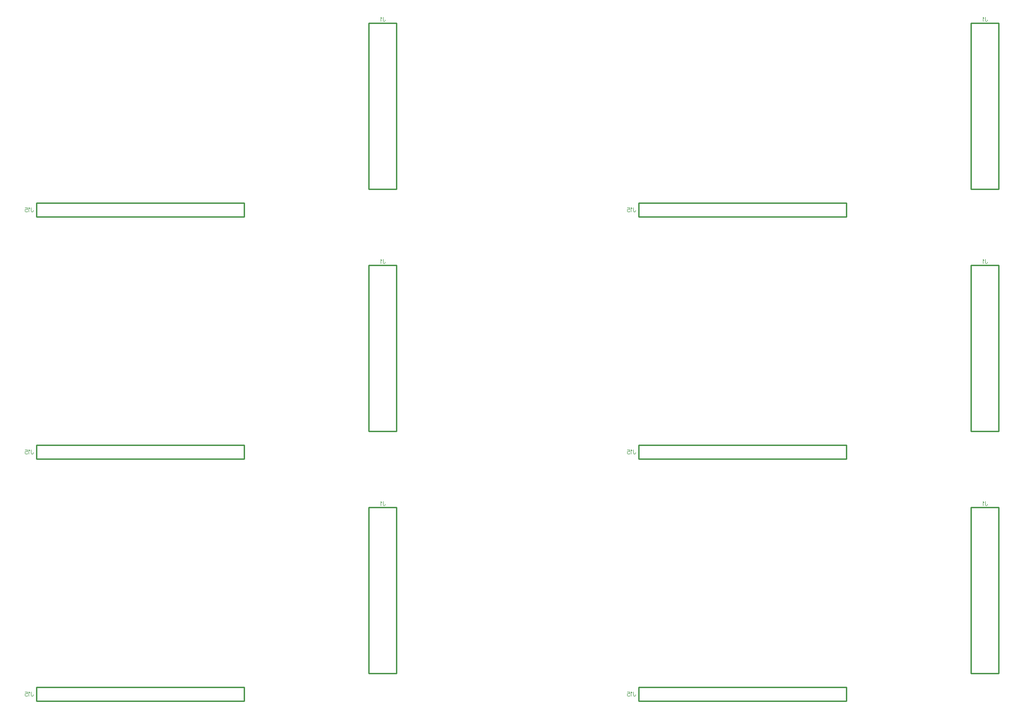
<source format=gbr>
G04 DipTrace 2.4.0.2*
%INBottomSilk.gbr*%
%MOIN*%
%ADD10C,0.0098*%
%ADD80C,0.0046*%
%FSLAX44Y44*%
G04*
G70*
G90*
G75*
G01*
%LNBotSilk*%
%LPD*%
X36500Y14500D2*
D10*
X38500D1*
Y2500D1*
X36500D1*
Y14500D1*
X12501Y500D2*
X27499D1*
Y1500D1*
X12501D1*
Y500D1*
X37511Y14939D2*
D80*
Y14710D1*
X37525Y14667D1*
X37539Y14652D1*
X37568Y14638D1*
X37597D1*
X37625Y14652D1*
X37640Y14667D1*
X37654Y14710D1*
Y14738D1*
X37418Y14882D2*
X37389Y14896D1*
X37346Y14939D1*
Y14638D1*
X12095Y1182D2*
Y952D1*
X12109Y909D1*
X12124Y895D1*
X12152Y881D1*
X12181D1*
X12210Y895D1*
X12224Y909D1*
X12238Y952D1*
Y981D1*
X12002Y1124D2*
X11973Y1139D1*
X11930Y1182D1*
Y881D1*
X11665Y1182D2*
X11809D1*
X11823Y1053D1*
X11809Y1067D1*
X11766Y1081D1*
X11723D1*
X11680Y1067D1*
X11651Y1038D1*
X11637Y995D1*
Y967D1*
X11651Y924D1*
X11680Y895D1*
X11723Y881D1*
X11766D1*
X11809Y895D1*
X11823Y909D1*
X11838Y938D1*
X80000Y14500D2*
D10*
X82000D1*
Y2500D1*
X80000D1*
Y14500D1*
X56001Y500D2*
X70999D1*
Y1500D1*
X56001D1*
Y500D1*
X81011Y14939D2*
D80*
Y14710D1*
X81025Y14667D1*
X81039Y14652D1*
X81068Y14638D1*
X81097D1*
X81125Y14652D1*
X81140Y14667D1*
X81154Y14710D1*
Y14738D1*
X80918Y14882D2*
X80889Y14896D1*
X80846Y14939D1*
Y14638D1*
X55595Y1182D2*
Y952D1*
X55609Y909D1*
X55624Y895D1*
X55652Y881D1*
X55681D1*
X55710Y895D1*
X55724Y909D1*
X55738Y952D1*
Y981D1*
X55502Y1124D2*
X55473Y1139D1*
X55430Y1182D1*
Y881D1*
X55165Y1182D2*
X55309D1*
X55323Y1053D1*
X55309Y1067D1*
X55266Y1081D1*
X55223D1*
X55180Y1067D1*
X55151Y1038D1*
X55137Y995D1*
Y967D1*
X55151Y924D1*
X55180Y895D1*
X55223Y881D1*
X55266D1*
X55309Y895D1*
X55323Y909D1*
X55338Y938D1*
X36500Y32000D2*
D10*
X38500D1*
Y20000D1*
X36500D1*
Y32000D1*
X12501Y18000D2*
X27499D1*
Y19000D1*
X12501D1*
Y18000D1*
X37511Y32439D2*
D80*
Y32210D1*
X37525Y32167D1*
X37539Y32152D1*
X37568Y32138D1*
X37597D1*
X37625Y32152D1*
X37640Y32167D1*
X37654Y32210D1*
Y32238D1*
X37418Y32382D2*
X37389Y32396D1*
X37346Y32439D1*
Y32138D1*
X12095Y18682D2*
Y18452D1*
X12109Y18409D1*
X12124Y18395D1*
X12152Y18381D1*
X12181D1*
X12210Y18395D1*
X12224Y18409D1*
X12238Y18452D1*
Y18481D1*
X12002Y18624D2*
X11973Y18639D1*
X11930Y18682D1*
Y18381D1*
X11665Y18682D2*
X11809D1*
X11823Y18553D1*
X11809Y18567D1*
X11766Y18581D1*
X11723D1*
X11680Y18567D1*
X11651Y18538D1*
X11637Y18495D1*
Y18467D1*
X11651Y18424D1*
X11680Y18395D1*
X11723Y18381D1*
X11766D1*
X11809Y18395D1*
X11823Y18409D1*
X11838Y18438D1*
X80000Y32000D2*
D10*
X82000D1*
Y20000D1*
X80000D1*
Y32000D1*
X56001Y18000D2*
X70999D1*
Y19000D1*
X56001D1*
Y18000D1*
X81011Y32439D2*
D80*
Y32210D1*
X81025Y32167D1*
X81039Y32152D1*
X81068Y32138D1*
X81097D1*
X81125Y32152D1*
X81140Y32167D1*
X81154Y32210D1*
Y32238D1*
X80918Y32382D2*
X80889Y32396D1*
X80846Y32439D1*
Y32138D1*
X55595Y18682D2*
Y18452D1*
X55609Y18409D1*
X55624Y18395D1*
X55652Y18381D1*
X55681D1*
X55710Y18395D1*
X55724Y18409D1*
X55738Y18452D1*
Y18481D1*
X55502Y18624D2*
X55473Y18639D1*
X55430Y18682D1*
Y18381D1*
X55165Y18682D2*
X55309D1*
X55323Y18553D1*
X55309Y18567D1*
X55266Y18581D1*
X55223D1*
X55180Y18567D1*
X55151Y18538D1*
X55137Y18495D1*
Y18467D1*
X55151Y18424D1*
X55180Y18395D1*
X55223Y18381D1*
X55266D1*
X55309Y18395D1*
X55323Y18409D1*
X55338Y18438D1*
X36500Y49500D2*
D10*
X38500D1*
Y37500D1*
X36500D1*
Y49500D1*
X12501Y35500D2*
X27499D1*
Y36500D1*
X12501D1*
Y35500D1*
X37511Y49939D2*
D80*
Y49710D1*
X37525Y49667D1*
X37539Y49652D1*
X37568Y49638D1*
X37597D1*
X37625Y49652D1*
X37640Y49667D1*
X37654Y49710D1*
Y49738D1*
X37418Y49882D2*
X37389Y49896D1*
X37346Y49939D1*
Y49638D1*
X12095Y36182D2*
Y35952D1*
X12109Y35909D1*
X12124Y35895D1*
X12152Y35881D1*
X12181D1*
X12210Y35895D1*
X12224Y35909D1*
X12238Y35952D1*
Y35981D1*
X12002Y36124D2*
X11973Y36139D1*
X11930Y36182D1*
Y35881D1*
X11665Y36182D2*
X11809D1*
X11823Y36053D1*
X11809Y36067D1*
X11766Y36081D1*
X11723D1*
X11680Y36067D1*
X11651Y36038D1*
X11637Y35995D1*
Y35967D1*
X11651Y35924D1*
X11680Y35895D1*
X11723Y35881D1*
X11766D1*
X11809Y35895D1*
X11823Y35909D1*
X11838Y35938D1*
X80000Y49500D2*
D10*
X82000D1*
Y37500D1*
X80000D1*
Y49500D1*
X56001Y35500D2*
X70999D1*
Y36500D1*
X56001D1*
Y35500D1*
X81011Y49939D2*
D80*
Y49710D1*
X81025Y49667D1*
X81039Y49652D1*
X81068Y49638D1*
X81097D1*
X81125Y49652D1*
X81140Y49667D1*
X81154Y49710D1*
Y49738D1*
X80918Y49882D2*
X80889Y49896D1*
X80846Y49939D1*
Y49638D1*
X55595Y36182D2*
Y35952D1*
X55609Y35909D1*
X55624Y35895D1*
X55652Y35881D1*
X55681D1*
X55710Y35895D1*
X55724Y35909D1*
X55738Y35952D1*
Y35981D1*
X55502Y36124D2*
X55473Y36139D1*
X55430Y36182D1*
Y35881D1*
X55165Y36182D2*
X55309D1*
X55323Y36053D1*
X55309Y36067D1*
X55266Y36081D1*
X55223D1*
X55180Y36067D1*
X55151Y36038D1*
X55137Y35995D1*
Y35967D1*
X55151Y35924D1*
X55180Y35895D1*
X55223Y35881D1*
X55266D1*
X55309Y35895D1*
X55323Y35909D1*
X55338Y35938D1*
M02*

</source>
